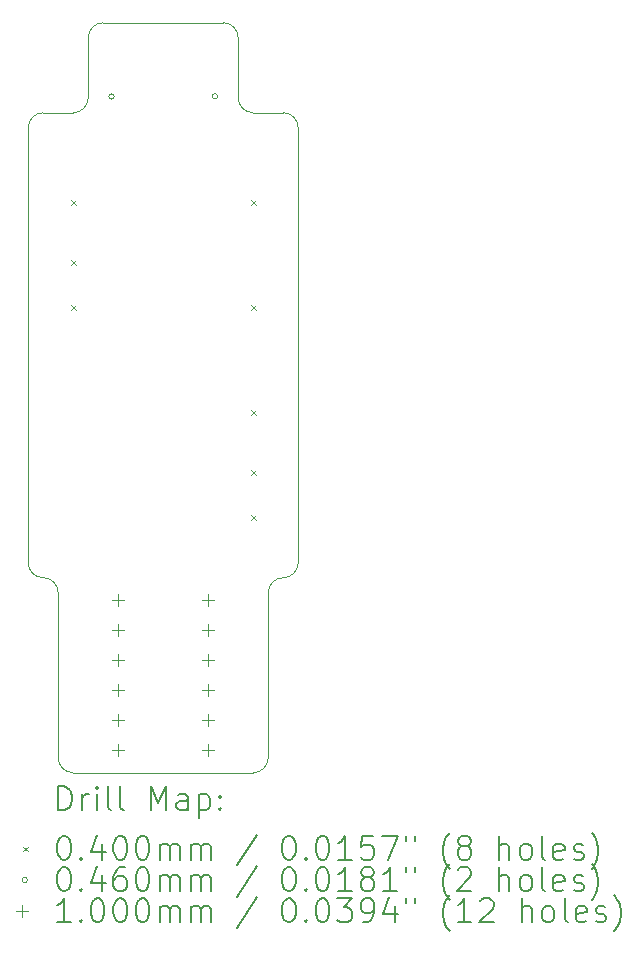
<source format=gbr>
%TF.GenerationSoftware,KiCad,Pcbnew,7.0.7*%
%TF.CreationDate,2023-09-17T23:45:08-06:00*%
%TF.ProjectId,dra818-breakout,64726138-3138-42d6-9272-65616b6f7574,1*%
%TF.SameCoordinates,Original*%
%TF.FileFunction,Drillmap*%
%TF.FilePolarity,Positive*%
%FSLAX45Y45*%
G04 Gerber Fmt 4.5, Leading zero omitted, Abs format (unit mm)*
G04 Created by KiCad (PCBNEW 7.0.7) date 2023-09-17 23:45:08*
%MOMM*%
%LPD*%
G01*
G04 APERTURE LIST*
%ADD10C,0.100000*%
%ADD11C,0.200000*%
%ADD12C,0.040000*%
%ADD13C,0.046000*%
G04 APERTURE END LIST*
D10*
X14224000Y-12827000D02*
G75*
G03*
X14351000Y-12954000I127000J0D01*
G01*
X14478000Y-6731000D02*
X14478000Y-7239000D01*
X16129000Y-11303000D02*
G75*
G03*
X16256000Y-11176000I0J127000D01*
G01*
X14097000Y-7366000D02*
X14351000Y-7366000D01*
X13970000Y-11176000D02*
G75*
G03*
X14097000Y-11303000I127000J0D01*
G01*
X16256000Y-7493000D02*
G75*
G03*
X16129000Y-7366000I-127000J0D01*
G01*
X16002000Y-11430000D02*
X16002000Y-12827000D01*
X14605000Y-6604000D02*
G75*
G03*
X14478000Y-6731000I0J-127000D01*
G01*
X15875000Y-12954000D02*
G75*
G03*
X16002000Y-12827000I0J127000D01*
G01*
X14097000Y-7366000D02*
G75*
G03*
X13970000Y-7493000I0J-127000D01*
G01*
X13970000Y-11176000D02*
X13970000Y-7493000D01*
X16256000Y-7493000D02*
X16256000Y-11176000D01*
X14351000Y-7366000D02*
G75*
G03*
X14478000Y-7239000I0J127000D01*
G01*
X14224000Y-11430000D02*
X14224000Y-12827000D01*
X15748000Y-6731000D02*
G75*
G03*
X15621000Y-6604000I-127000J0D01*
G01*
X15875000Y-7366000D02*
X16129000Y-7366000D01*
X14351000Y-12954000D02*
X15875000Y-12954000D01*
X14605000Y-6604000D02*
X15621000Y-6604000D01*
X14224000Y-11430000D02*
G75*
G03*
X14097000Y-11303000I-127000J0D01*
G01*
X15748000Y-7239000D02*
X15748000Y-6731000D01*
X15748000Y-7239000D02*
G75*
G03*
X15875000Y-7366000I127000J0D01*
G01*
X16129000Y-11303000D02*
G75*
G03*
X16002000Y-11430000I0J-127000D01*
G01*
D11*
D12*
X14331000Y-8108000D02*
X14371000Y-8148000D01*
X14371000Y-8108000D02*
X14331000Y-8148000D01*
X14331000Y-8616000D02*
X14371000Y-8656000D01*
X14371000Y-8616000D02*
X14331000Y-8656000D01*
X14331000Y-8997000D02*
X14371000Y-9037000D01*
X14371000Y-8997000D02*
X14331000Y-9037000D01*
X15855000Y-8108000D02*
X15895000Y-8148000D01*
X15895000Y-8108000D02*
X15855000Y-8148000D01*
X15855000Y-8997000D02*
X15895000Y-9037000D01*
X15895000Y-8997000D02*
X15855000Y-9037000D01*
X15855000Y-9886000D02*
X15895000Y-9926000D01*
X15895000Y-9886000D02*
X15855000Y-9926000D01*
X15855000Y-10394000D02*
X15895000Y-10434000D01*
X15895000Y-10394000D02*
X15855000Y-10434000D01*
X15855000Y-10775000D02*
X15895000Y-10815000D01*
X15895000Y-10775000D02*
X15855000Y-10815000D01*
D13*
X14698000Y-7228000D02*
G75*
G03*
X14698000Y-7228000I-23000J0D01*
G01*
X15574000Y-7228000D02*
G75*
G03*
X15574000Y-7228000I-23000J0D01*
G01*
D10*
X14732000Y-11442000D02*
X14732000Y-11542000D01*
X14682000Y-11492000D02*
X14782000Y-11492000D01*
X14732000Y-11696000D02*
X14732000Y-11796000D01*
X14682000Y-11746000D02*
X14782000Y-11746000D01*
X14732000Y-11950000D02*
X14732000Y-12050000D01*
X14682000Y-12000000D02*
X14782000Y-12000000D01*
X14732000Y-12204000D02*
X14732000Y-12304000D01*
X14682000Y-12254000D02*
X14782000Y-12254000D01*
X14732000Y-12458000D02*
X14732000Y-12558000D01*
X14682000Y-12508000D02*
X14782000Y-12508000D01*
X14732000Y-12712000D02*
X14732000Y-12812000D01*
X14682000Y-12762000D02*
X14782000Y-12762000D01*
X15494000Y-11442000D02*
X15494000Y-11542000D01*
X15444000Y-11492000D02*
X15544000Y-11492000D01*
X15494000Y-11696000D02*
X15494000Y-11796000D01*
X15444000Y-11746000D02*
X15544000Y-11746000D01*
X15494000Y-11950000D02*
X15494000Y-12050000D01*
X15444000Y-12000000D02*
X15544000Y-12000000D01*
X15494000Y-12204000D02*
X15494000Y-12304000D01*
X15444000Y-12254000D02*
X15544000Y-12254000D01*
X15494000Y-12458000D02*
X15494000Y-12558000D01*
X15444000Y-12508000D02*
X15544000Y-12508000D01*
X15494000Y-12712000D02*
X15494000Y-12812000D01*
X15444000Y-12762000D02*
X15544000Y-12762000D01*
D11*
X14225777Y-13270484D02*
X14225777Y-13070484D01*
X14225777Y-13070484D02*
X14273396Y-13070484D01*
X14273396Y-13070484D02*
X14301967Y-13080008D01*
X14301967Y-13080008D02*
X14321015Y-13099055D01*
X14321015Y-13099055D02*
X14330539Y-13118103D01*
X14330539Y-13118103D02*
X14340062Y-13156198D01*
X14340062Y-13156198D02*
X14340062Y-13184769D01*
X14340062Y-13184769D02*
X14330539Y-13222865D01*
X14330539Y-13222865D02*
X14321015Y-13241912D01*
X14321015Y-13241912D02*
X14301967Y-13260960D01*
X14301967Y-13260960D02*
X14273396Y-13270484D01*
X14273396Y-13270484D02*
X14225777Y-13270484D01*
X14425777Y-13270484D02*
X14425777Y-13137150D01*
X14425777Y-13175246D02*
X14435301Y-13156198D01*
X14435301Y-13156198D02*
X14444824Y-13146674D01*
X14444824Y-13146674D02*
X14463872Y-13137150D01*
X14463872Y-13137150D02*
X14482920Y-13137150D01*
X14549586Y-13270484D02*
X14549586Y-13137150D01*
X14549586Y-13070484D02*
X14540062Y-13080008D01*
X14540062Y-13080008D02*
X14549586Y-13089531D01*
X14549586Y-13089531D02*
X14559110Y-13080008D01*
X14559110Y-13080008D02*
X14549586Y-13070484D01*
X14549586Y-13070484D02*
X14549586Y-13089531D01*
X14673396Y-13270484D02*
X14654348Y-13260960D01*
X14654348Y-13260960D02*
X14644824Y-13241912D01*
X14644824Y-13241912D02*
X14644824Y-13070484D01*
X14778158Y-13270484D02*
X14759110Y-13260960D01*
X14759110Y-13260960D02*
X14749586Y-13241912D01*
X14749586Y-13241912D02*
X14749586Y-13070484D01*
X15006729Y-13270484D02*
X15006729Y-13070484D01*
X15006729Y-13070484D02*
X15073396Y-13213341D01*
X15073396Y-13213341D02*
X15140062Y-13070484D01*
X15140062Y-13070484D02*
X15140062Y-13270484D01*
X15321015Y-13270484D02*
X15321015Y-13165722D01*
X15321015Y-13165722D02*
X15311491Y-13146674D01*
X15311491Y-13146674D02*
X15292443Y-13137150D01*
X15292443Y-13137150D02*
X15254348Y-13137150D01*
X15254348Y-13137150D02*
X15235301Y-13146674D01*
X15321015Y-13260960D02*
X15301967Y-13270484D01*
X15301967Y-13270484D02*
X15254348Y-13270484D01*
X15254348Y-13270484D02*
X15235301Y-13260960D01*
X15235301Y-13260960D02*
X15225777Y-13241912D01*
X15225777Y-13241912D02*
X15225777Y-13222865D01*
X15225777Y-13222865D02*
X15235301Y-13203817D01*
X15235301Y-13203817D02*
X15254348Y-13194293D01*
X15254348Y-13194293D02*
X15301967Y-13194293D01*
X15301967Y-13194293D02*
X15321015Y-13184769D01*
X15416253Y-13137150D02*
X15416253Y-13337150D01*
X15416253Y-13146674D02*
X15435301Y-13137150D01*
X15435301Y-13137150D02*
X15473396Y-13137150D01*
X15473396Y-13137150D02*
X15492443Y-13146674D01*
X15492443Y-13146674D02*
X15501967Y-13156198D01*
X15501967Y-13156198D02*
X15511491Y-13175246D01*
X15511491Y-13175246D02*
X15511491Y-13232388D01*
X15511491Y-13232388D02*
X15501967Y-13251436D01*
X15501967Y-13251436D02*
X15492443Y-13260960D01*
X15492443Y-13260960D02*
X15473396Y-13270484D01*
X15473396Y-13270484D02*
X15435301Y-13270484D01*
X15435301Y-13270484D02*
X15416253Y-13260960D01*
X15597205Y-13251436D02*
X15606729Y-13260960D01*
X15606729Y-13260960D02*
X15597205Y-13270484D01*
X15597205Y-13270484D02*
X15587682Y-13260960D01*
X15587682Y-13260960D02*
X15597205Y-13251436D01*
X15597205Y-13251436D02*
X15597205Y-13270484D01*
X15597205Y-13146674D02*
X15606729Y-13156198D01*
X15606729Y-13156198D02*
X15597205Y-13165722D01*
X15597205Y-13165722D02*
X15587682Y-13156198D01*
X15587682Y-13156198D02*
X15597205Y-13146674D01*
X15597205Y-13146674D02*
X15597205Y-13165722D01*
D12*
X13925000Y-13579000D02*
X13965000Y-13619000D01*
X13965000Y-13579000D02*
X13925000Y-13619000D01*
D11*
X14263872Y-13490484D02*
X14282920Y-13490484D01*
X14282920Y-13490484D02*
X14301967Y-13500008D01*
X14301967Y-13500008D02*
X14311491Y-13509531D01*
X14311491Y-13509531D02*
X14321015Y-13528579D01*
X14321015Y-13528579D02*
X14330539Y-13566674D01*
X14330539Y-13566674D02*
X14330539Y-13614293D01*
X14330539Y-13614293D02*
X14321015Y-13652388D01*
X14321015Y-13652388D02*
X14311491Y-13671436D01*
X14311491Y-13671436D02*
X14301967Y-13680960D01*
X14301967Y-13680960D02*
X14282920Y-13690484D01*
X14282920Y-13690484D02*
X14263872Y-13690484D01*
X14263872Y-13690484D02*
X14244824Y-13680960D01*
X14244824Y-13680960D02*
X14235301Y-13671436D01*
X14235301Y-13671436D02*
X14225777Y-13652388D01*
X14225777Y-13652388D02*
X14216253Y-13614293D01*
X14216253Y-13614293D02*
X14216253Y-13566674D01*
X14216253Y-13566674D02*
X14225777Y-13528579D01*
X14225777Y-13528579D02*
X14235301Y-13509531D01*
X14235301Y-13509531D02*
X14244824Y-13500008D01*
X14244824Y-13500008D02*
X14263872Y-13490484D01*
X14416253Y-13671436D02*
X14425777Y-13680960D01*
X14425777Y-13680960D02*
X14416253Y-13690484D01*
X14416253Y-13690484D02*
X14406729Y-13680960D01*
X14406729Y-13680960D02*
X14416253Y-13671436D01*
X14416253Y-13671436D02*
X14416253Y-13690484D01*
X14597205Y-13557150D02*
X14597205Y-13690484D01*
X14549586Y-13480960D02*
X14501967Y-13623817D01*
X14501967Y-13623817D02*
X14625777Y-13623817D01*
X14740062Y-13490484D02*
X14759110Y-13490484D01*
X14759110Y-13490484D02*
X14778158Y-13500008D01*
X14778158Y-13500008D02*
X14787682Y-13509531D01*
X14787682Y-13509531D02*
X14797205Y-13528579D01*
X14797205Y-13528579D02*
X14806729Y-13566674D01*
X14806729Y-13566674D02*
X14806729Y-13614293D01*
X14806729Y-13614293D02*
X14797205Y-13652388D01*
X14797205Y-13652388D02*
X14787682Y-13671436D01*
X14787682Y-13671436D02*
X14778158Y-13680960D01*
X14778158Y-13680960D02*
X14759110Y-13690484D01*
X14759110Y-13690484D02*
X14740062Y-13690484D01*
X14740062Y-13690484D02*
X14721015Y-13680960D01*
X14721015Y-13680960D02*
X14711491Y-13671436D01*
X14711491Y-13671436D02*
X14701967Y-13652388D01*
X14701967Y-13652388D02*
X14692443Y-13614293D01*
X14692443Y-13614293D02*
X14692443Y-13566674D01*
X14692443Y-13566674D02*
X14701967Y-13528579D01*
X14701967Y-13528579D02*
X14711491Y-13509531D01*
X14711491Y-13509531D02*
X14721015Y-13500008D01*
X14721015Y-13500008D02*
X14740062Y-13490484D01*
X14930539Y-13490484D02*
X14949586Y-13490484D01*
X14949586Y-13490484D02*
X14968634Y-13500008D01*
X14968634Y-13500008D02*
X14978158Y-13509531D01*
X14978158Y-13509531D02*
X14987682Y-13528579D01*
X14987682Y-13528579D02*
X14997205Y-13566674D01*
X14997205Y-13566674D02*
X14997205Y-13614293D01*
X14997205Y-13614293D02*
X14987682Y-13652388D01*
X14987682Y-13652388D02*
X14978158Y-13671436D01*
X14978158Y-13671436D02*
X14968634Y-13680960D01*
X14968634Y-13680960D02*
X14949586Y-13690484D01*
X14949586Y-13690484D02*
X14930539Y-13690484D01*
X14930539Y-13690484D02*
X14911491Y-13680960D01*
X14911491Y-13680960D02*
X14901967Y-13671436D01*
X14901967Y-13671436D02*
X14892443Y-13652388D01*
X14892443Y-13652388D02*
X14882920Y-13614293D01*
X14882920Y-13614293D02*
X14882920Y-13566674D01*
X14882920Y-13566674D02*
X14892443Y-13528579D01*
X14892443Y-13528579D02*
X14901967Y-13509531D01*
X14901967Y-13509531D02*
X14911491Y-13500008D01*
X14911491Y-13500008D02*
X14930539Y-13490484D01*
X15082920Y-13690484D02*
X15082920Y-13557150D01*
X15082920Y-13576198D02*
X15092443Y-13566674D01*
X15092443Y-13566674D02*
X15111491Y-13557150D01*
X15111491Y-13557150D02*
X15140063Y-13557150D01*
X15140063Y-13557150D02*
X15159110Y-13566674D01*
X15159110Y-13566674D02*
X15168634Y-13585722D01*
X15168634Y-13585722D02*
X15168634Y-13690484D01*
X15168634Y-13585722D02*
X15178158Y-13566674D01*
X15178158Y-13566674D02*
X15197205Y-13557150D01*
X15197205Y-13557150D02*
X15225777Y-13557150D01*
X15225777Y-13557150D02*
X15244824Y-13566674D01*
X15244824Y-13566674D02*
X15254348Y-13585722D01*
X15254348Y-13585722D02*
X15254348Y-13690484D01*
X15349586Y-13690484D02*
X15349586Y-13557150D01*
X15349586Y-13576198D02*
X15359110Y-13566674D01*
X15359110Y-13566674D02*
X15378158Y-13557150D01*
X15378158Y-13557150D02*
X15406729Y-13557150D01*
X15406729Y-13557150D02*
X15425777Y-13566674D01*
X15425777Y-13566674D02*
X15435301Y-13585722D01*
X15435301Y-13585722D02*
X15435301Y-13690484D01*
X15435301Y-13585722D02*
X15444824Y-13566674D01*
X15444824Y-13566674D02*
X15463872Y-13557150D01*
X15463872Y-13557150D02*
X15492443Y-13557150D01*
X15492443Y-13557150D02*
X15511491Y-13566674D01*
X15511491Y-13566674D02*
X15521015Y-13585722D01*
X15521015Y-13585722D02*
X15521015Y-13690484D01*
X15911491Y-13480960D02*
X15740063Y-13738103D01*
X16168634Y-13490484D02*
X16187682Y-13490484D01*
X16187682Y-13490484D02*
X16206729Y-13500008D01*
X16206729Y-13500008D02*
X16216253Y-13509531D01*
X16216253Y-13509531D02*
X16225777Y-13528579D01*
X16225777Y-13528579D02*
X16235301Y-13566674D01*
X16235301Y-13566674D02*
X16235301Y-13614293D01*
X16235301Y-13614293D02*
X16225777Y-13652388D01*
X16225777Y-13652388D02*
X16216253Y-13671436D01*
X16216253Y-13671436D02*
X16206729Y-13680960D01*
X16206729Y-13680960D02*
X16187682Y-13690484D01*
X16187682Y-13690484D02*
X16168634Y-13690484D01*
X16168634Y-13690484D02*
X16149586Y-13680960D01*
X16149586Y-13680960D02*
X16140063Y-13671436D01*
X16140063Y-13671436D02*
X16130539Y-13652388D01*
X16130539Y-13652388D02*
X16121015Y-13614293D01*
X16121015Y-13614293D02*
X16121015Y-13566674D01*
X16121015Y-13566674D02*
X16130539Y-13528579D01*
X16130539Y-13528579D02*
X16140063Y-13509531D01*
X16140063Y-13509531D02*
X16149586Y-13500008D01*
X16149586Y-13500008D02*
X16168634Y-13490484D01*
X16321015Y-13671436D02*
X16330539Y-13680960D01*
X16330539Y-13680960D02*
X16321015Y-13690484D01*
X16321015Y-13690484D02*
X16311491Y-13680960D01*
X16311491Y-13680960D02*
X16321015Y-13671436D01*
X16321015Y-13671436D02*
X16321015Y-13690484D01*
X16454348Y-13490484D02*
X16473396Y-13490484D01*
X16473396Y-13490484D02*
X16492444Y-13500008D01*
X16492444Y-13500008D02*
X16501967Y-13509531D01*
X16501967Y-13509531D02*
X16511491Y-13528579D01*
X16511491Y-13528579D02*
X16521015Y-13566674D01*
X16521015Y-13566674D02*
X16521015Y-13614293D01*
X16521015Y-13614293D02*
X16511491Y-13652388D01*
X16511491Y-13652388D02*
X16501967Y-13671436D01*
X16501967Y-13671436D02*
X16492444Y-13680960D01*
X16492444Y-13680960D02*
X16473396Y-13690484D01*
X16473396Y-13690484D02*
X16454348Y-13690484D01*
X16454348Y-13690484D02*
X16435301Y-13680960D01*
X16435301Y-13680960D02*
X16425777Y-13671436D01*
X16425777Y-13671436D02*
X16416253Y-13652388D01*
X16416253Y-13652388D02*
X16406729Y-13614293D01*
X16406729Y-13614293D02*
X16406729Y-13566674D01*
X16406729Y-13566674D02*
X16416253Y-13528579D01*
X16416253Y-13528579D02*
X16425777Y-13509531D01*
X16425777Y-13509531D02*
X16435301Y-13500008D01*
X16435301Y-13500008D02*
X16454348Y-13490484D01*
X16711491Y-13690484D02*
X16597206Y-13690484D01*
X16654348Y-13690484D02*
X16654348Y-13490484D01*
X16654348Y-13490484D02*
X16635301Y-13519055D01*
X16635301Y-13519055D02*
X16616253Y-13538103D01*
X16616253Y-13538103D02*
X16597206Y-13547627D01*
X16892444Y-13490484D02*
X16797206Y-13490484D01*
X16797206Y-13490484D02*
X16787682Y-13585722D01*
X16787682Y-13585722D02*
X16797206Y-13576198D01*
X16797206Y-13576198D02*
X16816253Y-13566674D01*
X16816253Y-13566674D02*
X16863872Y-13566674D01*
X16863872Y-13566674D02*
X16882920Y-13576198D01*
X16882920Y-13576198D02*
X16892444Y-13585722D01*
X16892444Y-13585722D02*
X16901968Y-13604769D01*
X16901968Y-13604769D02*
X16901968Y-13652388D01*
X16901968Y-13652388D02*
X16892444Y-13671436D01*
X16892444Y-13671436D02*
X16882920Y-13680960D01*
X16882920Y-13680960D02*
X16863872Y-13690484D01*
X16863872Y-13690484D02*
X16816253Y-13690484D01*
X16816253Y-13690484D02*
X16797206Y-13680960D01*
X16797206Y-13680960D02*
X16787682Y-13671436D01*
X16968634Y-13490484D02*
X17101968Y-13490484D01*
X17101968Y-13490484D02*
X17016253Y-13690484D01*
X17168634Y-13490484D02*
X17168634Y-13528579D01*
X17244825Y-13490484D02*
X17244825Y-13528579D01*
X17540063Y-13766674D02*
X17530539Y-13757150D01*
X17530539Y-13757150D02*
X17511491Y-13728579D01*
X17511491Y-13728579D02*
X17501968Y-13709531D01*
X17501968Y-13709531D02*
X17492444Y-13680960D01*
X17492444Y-13680960D02*
X17482920Y-13633341D01*
X17482920Y-13633341D02*
X17482920Y-13595246D01*
X17482920Y-13595246D02*
X17492444Y-13547627D01*
X17492444Y-13547627D02*
X17501968Y-13519055D01*
X17501968Y-13519055D02*
X17511491Y-13500008D01*
X17511491Y-13500008D02*
X17530539Y-13471436D01*
X17530539Y-13471436D02*
X17540063Y-13461912D01*
X17644825Y-13576198D02*
X17625777Y-13566674D01*
X17625777Y-13566674D02*
X17616253Y-13557150D01*
X17616253Y-13557150D02*
X17606730Y-13538103D01*
X17606730Y-13538103D02*
X17606730Y-13528579D01*
X17606730Y-13528579D02*
X17616253Y-13509531D01*
X17616253Y-13509531D02*
X17625777Y-13500008D01*
X17625777Y-13500008D02*
X17644825Y-13490484D01*
X17644825Y-13490484D02*
X17682920Y-13490484D01*
X17682920Y-13490484D02*
X17701968Y-13500008D01*
X17701968Y-13500008D02*
X17711491Y-13509531D01*
X17711491Y-13509531D02*
X17721015Y-13528579D01*
X17721015Y-13528579D02*
X17721015Y-13538103D01*
X17721015Y-13538103D02*
X17711491Y-13557150D01*
X17711491Y-13557150D02*
X17701968Y-13566674D01*
X17701968Y-13566674D02*
X17682920Y-13576198D01*
X17682920Y-13576198D02*
X17644825Y-13576198D01*
X17644825Y-13576198D02*
X17625777Y-13585722D01*
X17625777Y-13585722D02*
X17616253Y-13595246D01*
X17616253Y-13595246D02*
X17606730Y-13614293D01*
X17606730Y-13614293D02*
X17606730Y-13652388D01*
X17606730Y-13652388D02*
X17616253Y-13671436D01*
X17616253Y-13671436D02*
X17625777Y-13680960D01*
X17625777Y-13680960D02*
X17644825Y-13690484D01*
X17644825Y-13690484D02*
X17682920Y-13690484D01*
X17682920Y-13690484D02*
X17701968Y-13680960D01*
X17701968Y-13680960D02*
X17711491Y-13671436D01*
X17711491Y-13671436D02*
X17721015Y-13652388D01*
X17721015Y-13652388D02*
X17721015Y-13614293D01*
X17721015Y-13614293D02*
X17711491Y-13595246D01*
X17711491Y-13595246D02*
X17701968Y-13585722D01*
X17701968Y-13585722D02*
X17682920Y-13576198D01*
X17959111Y-13690484D02*
X17959111Y-13490484D01*
X18044825Y-13690484D02*
X18044825Y-13585722D01*
X18044825Y-13585722D02*
X18035301Y-13566674D01*
X18035301Y-13566674D02*
X18016253Y-13557150D01*
X18016253Y-13557150D02*
X17987682Y-13557150D01*
X17987682Y-13557150D02*
X17968634Y-13566674D01*
X17968634Y-13566674D02*
X17959111Y-13576198D01*
X18168634Y-13690484D02*
X18149587Y-13680960D01*
X18149587Y-13680960D02*
X18140063Y-13671436D01*
X18140063Y-13671436D02*
X18130539Y-13652388D01*
X18130539Y-13652388D02*
X18130539Y-13595246D01*
X18130539Y-13595246D02*
X18140063Y-13576198D01*
X18140063Y-13576198D02*
X18149587Y-13566674D01*
X18149587Y-13566674D02*
X18168634Y-13557150D01*
X18168634Y-13557150D02*
X18197206Y-13557150D01*
X18197206Y-13557150D02*
X18216253Y-13566674D01*
X18216253Y-13566674D02*
X18225777Y-13576198D01*
X18225777Y-13576198D02*
X18235301Y-13595246D01*
X18235301Y-13595246D02*
X18235301Y-13652388D01*
X18235301Y-13652388D02*
X18225777Y-13671436D01*
X18225777Y-13671436D02*
X18216253Y-13680960D01*
X18216253Y-13680960D02*
X18197206Y-13690484D01*
X18197206Y-13690484D02*
X18168634Y-13690484D01*
X18349587Y-13690484D02*
X18330539Y-13680960D01*
X18330539Y-13680960D02*
X18321015Y-13661912D01*
X18321015Y-13661912D02*
X18321015Y-13490484D01*
X18501968Y-13680960D02*
X18482920Y-13690484D01*
X18482920Y-13690484D02*
X18444825Y-13690484D01*
X18444825Y-13690484D02*
X18425777Y-13680960D01*
X18425777Y-13680960D02*
X18416253Y-13661912D01*
X18416253Y-13661912D02*
X18416253Y-13585722D01*
X18416253Y-13585722D02*
X18425777Y-13566674D01*
X18425777Y-13566674D02*
X18444825Y-13557150D01*
X18444825Y-13557150D02*
X18482920Y-13557150D01*
X18482920Y-13557150D02*
X18501968Y-13566674D01*
X18501968Y-13566674D02*
X18511492Y-13585722D01*
X18511492Y-13585722D02*
X18511492Y-13604769D01*
X18511492Y-13604769D02*
X18416253Y-13623817D01*
X18587682Y-13680960D02*
X18606730Y-13690484D01*
X18606730Y-13690484D02*
X18644825Y-13690484D01*
X18644825Y-13690484D02*
X18663873Y-13680960D01*
X18663873Y-13680960D02*
X18673396Y-13661912D01*
X18673396Y-13661912D02*
X18673396Y-13652388D01*
X18673396Y-13652388D02*
X18663873Y-13633341D01*
X18663873Y-13633341D02*
X18644825Y-13623817D01*
X18644825Y-13623817D02*
X18616253Y-13623817D01*
X18616253Y-13623817D02*
X18597206Y-13614293D01*
X18597206Y-13614293D02*
X18587682Y-13595246D01*
X18587682Y-13595246D02*
X18587682Y-13585722D01*
X18587682Y-13585722D02*
X18597206Y-13566674D01*
X18597206Y-13566674D02*
X18616253Y-13557150D01*
X18616253Y-13557150D02*
X18644825Y-13557150D01*
X18644825Y-13557150D02*
X18663873Y-13566674D01*
X18740063Y-13766674D02*
X18749587Y-13757150D01*
X18749587Y-13757150D02*
X18768634Y-13728579D01*
X18768634Y-13728579D02*
X18778158Y-13709531D01*
X18778158Y-13709531D02*
X18787682Y-13680960D01*
X18787682Y-13680960D02*
X18797206Y-13633341D01*
X18797206Y-13633341D02*
X18797206Y-13595246D01*
X18797206Y-13595246D02*
X18787682Y-13547627D01*
X18787682Y-13547627D02*
X18778158Y-13519055D01*
X18778158Y-13519055D02*
X18768634Y-13500008D01*
X18768634Y-13500008D02*
X18749587Y-13471436D01*
X18749587Y-13471436D02*
X18740063Y-13461912D01*
D13*
X13965000Y-13863000D02*
G75*
G03*
X13965000Y-13863000I-23000J0D01*
G01*
D11*
X14263872Y-13754484D02*
X14282920Y-13754484D01*
X14282920Y-13754484D02*
X14301967Y-13764008D01*
X14301967Y-13764008D02*
X14311491Y-13773531D01*
X14311491Y-13773531D02*
X14321015Y-13792579D01*
X14321015Y-13792579D02*
X14330539Y-13830674D01*
X14330539Y-13830674D02*
X14330539Y-13878293D01*
X14330539Y-13878293D02*
X14321015Y-13916388D01*
X14321015Y-13916388D02*
X14311491Y-13935436D01*
X14311491Y-13935436D02*
X14301967Y-13944960D01*
X14301967Y-13944960D02*
X14282920Y-13954484D01*
X14282920Y-13954484D02*
X14263872Y-13954484D01*
X14263872Y-13954484D02*
X14244824Y-13944960D01*
X14244824Y-13944960D02*
X14235301Y-13935436D01*
X14235301Y-13935436D02*
X14225777Y-13916388D01*
X14225777Y-13916388D02*
X14216253Y-13878293D01*
X14216253Y-13878293D02*
X14216253Y-13830674D01*
X14216253Y-13830674D02*
X14225777Y-13792579D01*
X14225777Y-13792579D02*
X14235301Y-13773531D01*
X14235301Y-13773531D02*
X14244824Y-13764008D01*
X14244824Y-13764008D02*
X14263872Y-13754484D01*
X14416253Y-13935436D02*
X14425777Y-13944960D01*
X14425777Y-13944960D02*
X14416253Y-13954484D01*
X14416253Y-13954484D02*
X14406729Y-13944960D01*
X14406729Y-13944960D02*
X14416253Y-13935436D01*
X14416253Y-13935436D02*
X14416253Y-13954484D01*
X14597205Y-13821150D02*
X14597205Y-13954484D01*
X14549586Y-13744960D02*
X14501967Y-13887817D01*
X14501967Y-13887817D02*
X14625777Y-13887817D01*
X14787682Y-13754484D02*
X14749586Y-13754484D01*
X14749586Y-13754484D02*
X14730539Y-13764008D01*
X14730539Y-13764008D02*
X14721015Y-13773531D01*
X14721015Y-13773531D02*
X14701967Y-13802103D01*
X14701967Y-13802103D02*
X14692443Y-13840198D01*
X14692443Y-13840198D02*
X14692443Y-13916388D01*
X14692443Y-13916388D02*
X14701967Y-13935436D01*
X14701967Y-13935436D02*
X14711491Y-13944960D01*
X14711491Y-13944960D02*
X14730539Y-13954484D01*
X14730539Y-13954484D02*
X14768634Y-13954484D01*
X14768634Y-13954484D02*
X14787682Y-13944960D01*
X14787682Y-13944960D02*
X14797205Y-13935436D01*
X14797205Y-13935436D02*
X14806729Y-13916388D01*
X14806729Y-13916388D02*
X14806729Y-13868769D01*
X14806729Y-13868769D02*
X14797205Y-13849722D01*
X14797205Y-13849722D02*
X14787682Y-13840198D01*
X14787682Y-13840198D02*
X14768634Y-13830674D01*
X14768634Y-13830674D02*
X14730539Y-13830674D01*
X14730539Y-13830674D02*
X14711491Y-13840198D01*
X14711491Y-13840198D02*
X14701967Y-13849722D01*
X14701967Y-13849722D02*
X14692443Y-13868769D01*
X14930539Y-13754484D02*
X14949586Y-13754484D01*
X14949586Y-13754484D02*
X14968634Y-13764008D01*
X14968634Y-13764008D02*
X14978158Y-13773531D01*
X14978158Y-13773531D02*
X14987682Y-13792579D01*
X14987682Y-13792579D02*
X14997205Y-13830674D01*
X14997205Y-13830674D02*
X14997205Y-13878293D01*
X14997205Y-13878293D02*
X14987682Y-13916388D01*
X14987682Y-13916388D02*
X14978158Y-13935436D01*
X14978158Y-13935436D02*
X14968634Y-13944960D01*
X14968634Y-13944960D02*
X14949586Y-13954484D01*
X14949586Y-13954484D02*
X14930539Y-13954484D01*
X14930539Y-13954484D02*
X14911491Y-13944960D01*
X14911491Y-13944960D02*
X14901967Y-13935436D01*
X14901967Y-13935436D02*
X14892443Y-13916388D01*
X14892443Y-13916388D02*
X14882920Y-13878293D01*
X14882920Y-13878293D02*
X14882920Y-13830674D01*
X14882920Y-13830674D02*
X14892443Y-13792579D01*
X14892443Y-13792579D02*
X14901967Y-13773531D01*
X14901967Y-13773531D02*
X14911491Y-13764008D01*
X14911491Y-13764008D02*
X14930539Y-13754484D01*
X15082920Y-13954484D02*
X15082920Y-13821150D01*
X15082920Y-13840198D02*
X15092443Y-13830674D01*
X15092443Y-13830674D02*
X15111491Y-13821150D01*
X15111491Y-13821150D02*
X15140063Y-13821150D01*
X15140063Y-13821150D02*
X15159110Y-13830674D01*
X15159110Y-13830674D02*
X15168634Y-13849722D01*
X15168634Y-13849722D02*
X15168634Y-13954484D01*
X15168634Y-13849722D02*
X15178158Y-13830674D01*
X15178158Y-13830674D02*
X15197205Y-13821150D01*
X15197205Y-13821150D02*
X15225777Y-13821150D01*
X15225777Y-13821150D02*
X15244824Y-13830674D01*
X15244824Y-13830674D02*
X15254348Y-13849722D01*
X15254348Y-13849722D02*
X15254348Y-13954484D01*
X15349586Y-13954484D02*
X15349586Y-13821150D01*
X15349586Y-13840198D02*
X15359110Y-13830674D01*
X15359110Y-13830674D02*
X15378158Y-13821150D01*
X15378158Y-13821150D02*
X15406729Y-13821150D01*
X15406729Y-13821150D02*
X15425777Y-13830674D01*
X15425777Y-13830674D02*
X15435301Y-13849722D01*
X15435301Y-13849722D02*
X15435301Y-13954484D01*
X15435301Y-13849722D02*
X15444824Y-13830674D01*
X15444824Y-13830674D02*
X15463872Y-13821150D01*
X15463872Y-13821150D02*
X15492443Y-13821150D01*
X15492443Y-13821150D02*
X15511491Y-13830674D01*
X15511491Y-13830674D02*
X15521015Y-13849722D01*
X15521015Y-13849722D02*
X15521015Y-13954484D01*
X15911491Y-13744960D02*
X15740063Y-14002103D01*
X16168634Y-13754484D02*
X16187682Y-13754484D01*
X16187682Y-13754484D02*
X16206729Y-13764008D01*
X16206729Y-13764008D02*
X16216253Y-13773531D01*
X16216253Y-13773531D02*
X16225777Y-13792579D01*
X16225777Y-13792579D02*
X16235301Y-13830674D01*
X16235301Y-13830674D02*
X16235301Y-13878293D01*
X16235301Y-13878293D02*
X16225777Y-13916388D01*
X16225777Y-13916388D02*
X16216253Y-13935436D01*
X16216253Y-13935436D02*
X16206729Y-13944960D01*
X16206729Y-13944960D02*
X16187682Y-13954484D01*
X16187682Y-13954484D02*
X16168634Y-13954484D01*
X16168634Y-13954484D02*
X16149586Y-13944960D01*
X16149586Y-13944960D02*
X16140063Y-13935436D01*
X16140063Y-13935436D02*
X16130539Y-13916388D01*
X16130539Y-13916388D02*
X16121015Y-13878293D01*
X16121015Y-13878293D02*
X16121015Y-13830674D01*
X16121015Y-13830674D02*
X16130539Y-13792579D01*
X16130539Y-13792579D02*
X16140063Y-13773531D01*
X16140063Y-13773531D02*
X16149586Y-13764008D01*
X16149586Y-13764008D02*
X16168634Y-13754484D01*
X16321015Y-13935436D02*
X16330539Y-13944960D01*
X16330539Y-13944960D02*
X16321015Y-13954484D01*
X16321015Y-13954484D02*
X16311491Y-13944960D01*
X16311491Y-13944960D02*
X16321015Y-13935436D01*
X16321015Y-13935436D02*
X16321015Y-13954484D01*
X16454348Y-13754484D02*
X16473396Y-13754484D01*
X16473396Y-13754484D02*
X16492444Y-13764008D01*
X16492444Y-13764008D02*
X16501967Y-13773531D01*
X16501967Y-13773531D02*
X16511491Y-13792579D01*
X16511491Y-13792579D02*
X16521015Y-13830674D01*
X16521015Y-13830674D02*
X16521015Y-13878293D01*
X16521015Y-13878293D02*
X16511491Y-13916388D01*
X16511491Y-13916388D02*
X16501967Y-13935436D01*
X16501967Y-13935436D02*
X16492444Y-13944960D01*
X16492444Y-13944960D02*
X16473396Y-13954484D01*
X16473396Y-13954484D02*
X16454348Y-13954484D01*
X16454348Y-13954484D02*
X16435301Y-13944960D01*
X16435301Y-13944960D02*
X16425777Y-13935436D01*
X16425777Y-13935436D02*
X16416253Y-13916388D01*
X16416253Y-13916388D02*
X16406729Y-13878293D01*
X16406729Y-13878293D02*
X16406729Y-13830674D01*
X16406729Y-13830674D02*
X16416253Y-13792579D01*
X16416253Y-13792579D02*
X16425777Y-13773531D01*
X16425777Y-13773531D02*
X16435301Y-13764008D01*
X16435301Y-13764008D02*
X16454348Y-13754484D01*
X16711491Y-13954484D02*
X16597206Y-13954484D01*
X16654348Y-13954484D02*
X16654348Y-13754484D01*
X16654348Y-13754484D02*
X16635301Y-13783055D01*
X16635301Y-13783055D02*
X16616253Y-13802103D01*
X16616253Y-13802103D02*
X16597206Y-13811627D01*
X16825777Y-13840198D02*
X16806729Y-13830674D01*
X16806729Y-13830674D02*
X16797206Y-13821150D01*
X16797206Y-13821150D02*
X16787682Y-13802103D01*
X16787682Y-13802103D02*
X16787682Y-13792579D01*
X16787682Y-13792579D02*
X16797206Y-13773531D01*
X16797206Y-13773531D02*
X16806729Y-13764008D01*
X16806729Y-13764008D02*
X16825777Y-13754484D01*
X16825777Y-13754484D02*
X16863872Y-13754484D01*
X16863872Y-13754484D02*
X16882920Y-13764008D01*
X16882920Y-13764008D02*
X16892444Y-13773531D01*
X16892444Y-13773531D02*
X16901968Y-13792579D01*
X16901968Y-13792579D02*
X16901968Y-13802103D01*
X16901968Y-13802103D02*
X16892444Y-13821150D01*
X16892444Y-13821150D02*
X16882920Y-13830674D01*
X16882920Y-13830674D02*
X16863872Y-13840198D01*
X16863872Y-13840198D02*
X16825777Y-13840198D01*
X16825777Y-13840198D02*
X16806729Y-13849722D01*
X16806729Y-13849722D02*
X16797206Y-13859246D01*
X16797206Y-13859246D02*
X16787682Y-13878293D01*
X16787682Y-13878293D02*
X16787682Y-13916388D01*
X16787682Y-13916388D02*
X16797206Y-13935436D01*
X16797206Y-13935436D02*
X16806729Y-13944960D01*
X16806729Y-13944960D02*
X16825777Y-13954484D01*
X16825777Y-13954484D02*
X16863872Y-13954484D01*
X16863872Y-13954484D02*
X16882920Y-13944960D01*
X16882920Y-13944960D02*
X16892444Y-13935436D01*
X16892444Y-13935436D02*
X16901968Y-13916388D01*
X16901968Y-13916388D02*
X16901968Y-13878293D01*
X16901968Y-13878293D02*
X16892444Y-13859246D01*
X16892444Y-13859246D02*
X16882920Y-13849722D01*
X16882920Y-13849722D02*
X16863872Y-13840198D01*
X17092444Y-13954484D02*
X16978158Y-13954484D01*
X17035301Y-13954484D02*
X17035301Y-13754484D01*
X17035301Y-13754484D02*
X17016253Y-13783055D01*
X17016253Y-13783055D02*
X16997206Y-13802103D01*
X16997206Y-13802103D02*
X16978158Y-13811627D01*
X17168634Y-13754484D02*
X17168634Y-13792579D01*
X17244825Y-13754484D02*
X17244825Y-13792579D01*
X17540063Y-14030674D02*
X17530539Y-14021150D01*
X17530539Y-14021150D02*
X17511491Y-13992579D01*
X17511491Y-13992579D02*
X17501968Y-13973531D01*
X17501968Y-13973531D02*
X17492444Y-13944960D01*
X17492444Y-13944960D02*
X17482920Y-13897341D01*
X17482920Y-13897341D02*
X17482920Y-13859246D01*
X17482920Y-13859246D02*
X17492444Y-13811627D01*
X17492444Y-13811627D02*
X17501968Y-13783055D01*
X17501968Y-13783055D02*
X17511491Y-13764008D01*
X17511491Y-13764008D02*
X17530539Y-13735436D01*
X17530539Y-13735436D02*
X17540063Y-13725912D01*
X17606730Y-13773531D02*
X17616253Y-13764008D01*
X17616253Y-13764008D02*
X17635301Y-13754484D01*
X17635301Y-13754484D02*
X17682920Y-13754484D01*
X17682920Y-13754484D02*
X17701968Y-13764008D01*
X17701968Y-13764008D02*
X17711491Y-13773531D01*
X17711491Y-13773531D02*
X17721015Y-13792579D01*
X17721015Y-13792579D02*
X17721015Y-13811627D01*
X17721015Y-13811627D02*
X17711491Y-13840198D01*
X17711491Y-13840198D02*
X17597206Y-13954484D01*
X17597206Y-13954484D02*
X17721015Y-13954484D01*
X17959111Y-13954484D02*
X17959111Y-13754484D01*
X18044825Y-13954484D02*
X18044825Y-13849722D01*
X18044825Y-13849722D02*
X18035301Y-13830674D01*
X18035301Y-13830674D02*
X18016253Y-13821150D01*
X18016253Y-13821150D02*
X17987682Y-13821150D01*
X17987682Y-13821150D02*
X17968634Y-13830674D01*
X17968634Y-13830674D02*
X17959111Y-13840198D01*
X18168634Y-13954484D02*
X18149587Y-13944960D01*
X18149587Y-13944960D02*
X18140063Y-13935436D01*
X18140063Y-13935436D02*
X18130539Y-13916388D01*
X18130539Y-13916388D02*
X18130539Y-13859246D01*
X18130539Y-13859246D02*
X18140063Y-13840198D01*
X18140063Y-13840198D02*
X18149587Y-13830674D01*
X18149587Y-13830674D02*
X18168634Y-13821150D01*
X18168634Y-13821150D02*
X18197206Y-13821150D01*
X18197206Y-13821150D02*
X18216253Y-13830674D01*
X18216253Y-13830674D02*
X18225777Y-13840198D01*
X18225777Y-13840198D02*
X18235301Y-13859246D01*
X18235301Y-13859246D02*
X18235301Y-13916388D01*
X18235301Y-13916388D02*
X18225777Y-13935436D01*
X18225777Y-13935436D02*
X18216253Y-13944960D01*
X18216253Y-13944960D02*
X18197206Y-13954484D01*
X18197206Y-13954484D02*
X18168634Y-13954484D01*
X18349587Y-13954484D02*
X18330539Y-13944960D01*
X18330539Y-13944960D02*
X18321015Y-13925912D01*
X18321015Y-13925912D02*
X18321015Y-13754484D01*
X18501968Y-13944960D02*
X18482920Y-13954484D01*
X18482920Y-13954484D02*
X18444825Y-13954484D01*
X18444825Y-13954484D02*
X18425777Y-13944960D01*
X18425777Y-13944960D02*
X18416253Y-13925912D01*
X18416253Y-13925912D02*
X18416253Y-13849722D01*
X18416253Y-13849722D02*
X18425777Y-13830674D01*
X18425777Y-13830674D02*
X18444825Y-13821150D01*
X18444825Y-13821150D02*
X18482920Y-13821150D01*
X18482920Y-13821150D02*
X18501968Y-13830674D01*
X18501968Y-13830674D02*
X18511492Y-13849722D01*
X18511492Y-13849722D02*
X18511492Y-13868769D01*
X18511492Y-13868769D02*
X18416253Y-13887817D01*
X18587682Y-13944960D02*
X18606730Y-13954484D01*
X18606730Y-13954484D02*
X18644825Y-13954484D01*
X18644825Y-13954484D02*
X18663873Y-13944960D01*
X18663873Y-13944960D02*
X18673396Y-13925912D01*
X18673396Y-13925912D02*
X18673396Y-13916388D01*
X18673396Y-13916388D02*
X18663873Y-13897341D01*
X18663873Y-13897341D02*
X18644825Y-13887817D01*
X18644825Y-13887817D02*
X18616253Y-13887817D01*
X18616253Y-13887817D02*
X18597206Y-13878293D01*
X18597206Y-13878293D02*
X18587682Y-13859246D01*
X18587682Y-13859246D02*
X18587682Y-13849722D01*
X18587682Y-13849722D02*
X18597206Y-13830674D01*
X18597206Y-13830674D02*
X18616253Y-13821150D01*
X18616253Y-13821150D02*
X18644825Y-13821150D01*
X18644825Y-13821150D02*
X18663873Y-13830674D01*
X18740063Y-14030674D02*
X18749587Y-14021150D01*
X18749587Y-14021150D02*
X18768634Y-13992579D01*
X18768634Y-13992579D02*
X18778158Y-13973531D01*
X18778158Y-13973531D02*
X18787682Y-13944960D01*
X18787682Y-13944960D02*
X18797206Y-13897341D01*
X18797206Y-13897341D02*
X18797206Y-13859246D01*
X18797206Y-13859246D02*
X18787682Y-13811627D01*
X18787682Y-13811627D02*
X18778158Y-13783055D01*
X18778158Y-13783055D02*
X18768634Y-13764008D01*
X18768634Y-13764008D02*
X18749587Y-13735436D01*
X18749587Y-13735436D02*
X18740063Y-13725912D01*
D10*
X13915000Y-14077000D02*
X13915000Y-14177000D01*
X13865000Y-14127000D02*
X13965000Y-14127000D01*
D11*
X14330539Y-14218484D02*
X14216253Y-14218484D01*
X14273396Y-14218484D02*
X14273396Y-14018484D01*
X14273396Y-14018484D02*
X14254348Y-14047055D01*
X14254348Y-14047055D02*
X14235301Y-14066103D01*
X14235301Y-14066103D02*
X14216253Y-14075627D01*
X14416253Y-14199436D02*
X14425777Y-14208960D01*
X14425777Y-14208960D02*
X14416253Y-14218484D01*
X14416253Y-14218484D02*
X14406729Y-14208960D01*
X14406729Y-14208960D02*
X14416253Y-14199436D01*
X14416253Y-14199436D02*
X14416253Y-14218484D01*
X14549586Y-14018484D02*
X14568634Y-14018484D01*
X14568634Y-14018484D02*
X14587682Y-14028008D01*
X14587682Y-14028008D02*
X14597205Y-14037531D01*
X14597205Y-14037531D02*
X14606729Y-14056579D01*
X14606729Y-14056579D02*
X14616253Y-14094674D01*
X14616253Y-14094674D02*
X14616253Y-14142293D01*
X14616253Y-14142293D02*
X14606729Y-14180388D01*
X14606729Y-14180388D02*
X14597205Y-14199436D01*
X14597205Y-14199436D02*
X14587682Y-14208960D01*
X14587682Y-14208960D02*
X14568634Y-14218484D01*
X14568634Y-14218484D02*
X14549586Y-14218484D01*
X14549586Y-14218484D02*
X14530539Y-14208960D01*
X14530539Y-14208960D02*
X14521015Y-14199436D01*
X14521015Y-14199436D02*
X14511491Y-14180388D01*
X14511491Y-14180388D02*
X14501967Y-14142293D01*
X14501967Y-14142293D02*
X14501967Y-14094674D01*
X14501967Y-14094674D02*
X14511491Y-14056579D01*
X14511491Y-14056579D02*
X14521015Y-14037531D01*
X14521015Y-14037531D02*
X14530539Y-14028008D01*
X14530539Y-14028008D02*
X14549586Y-14018484D01*
X14740062Y-14018484D02*
X14759110Y-14018484D01*
X14759110Y-14018484D02*
X14778158Y-14028008D01*
X14778158Y-14028008D02*
X14787682Y-14037531D01*
X14787682Y-14037531D02*
X14797205Y-14056579D01*
X14797205Y-14056579D02*
X14806729Y-14094674D01*
X14806729Y-14094674D02*
X14806729Y-14142293D01*
X14806729Y-14142293D02*
X14797205Y-14180388D01*
X14797205Y-14180388D02*
X14787682Y-14199436D01*
X14787682Y-14199436D02*
X14778158Y-14208960D01*
X14778158Y-14208960D02*
X14759110Y-14218484D01*
X14759110Y-14218484D02*
X14740062Y-14218484D01*
X14740062Y-14218484D02*
X14721015Y-14208960D01*
X14721015Y-14208960D02*
X14711491Y-14199436D01*
X14711491Y-14199436D02*
X14701967Y-14180388D01*
X14701967Y-14180388D02*
X14692443Y-14142293D01*
X14692443Y-14142293D02*
X14692443Y-14094674D01*
X14692443Y-14094674D02*
X14701967Y-14056579D01*
X14701967Y-14056579D02*
X14711491Y-14037531D01*
X14711491Y-14037531D02*
X14721015Y-14028008D01*
X14721015Y-14028008D02*
X14740062Y-14018484D01*
X14930539Y-14018484D02*
X14949586Y-14018484D01*
X14949586Y-14018484D02*
X14968634Y-14028008D01*
X14968634Y-14028008D02*
X14978158Y-14037531D01*
X14978158Y-14037531D02*
X14987682Y-14056579D01*
X14987682Y-14056579D02*
X14997205Y-14094674D01*
X14997205Y-14094674D02*
X14997205Y-14142293D01*
X14997205Y-14142293D02*
X14987682Y-14180388D01*
X14987682Y-14180388D02*
X14978158Y-14199436D01*
X14978158Y-14199436D02*
X14968634Y-14208960D01*
X14968634Y-14208960D02*
X14949586Y-14218484D01*
X14949586Y-14218484D02*
X14930539Y-14218484D01*
X14930539Y-14218484D02*
X14911491Y-14208960D01*
X14911491Y-14208960D02*
X14901967Y-14199436D01*
X14901967Y-14199436D02*
X14892443Y-14180388D01*
X14892443Y-14180388D02*
X14882920Y-14142293D01*
X14882920Y-14142293D02*
X14882920Y-14094674D01*
X14882920Y-14094674D02*
X14892443Y-14056579D01*
X14892443Y-14056579D02*
X14901967Y-14037531D01*
X14901967Y-14037531D02*
X14911491Y-14028008D01*
X14911491Y-14028008D02*
X14930539Y-14018484D01*
X15082920Y-14218484D02*
X15082920Y-14085150D01*
X15082920Y-14104198D02*
X15092443Y-14094674D01*
X15092443Y-14094674D02*
X15111491Y-14085150D01*
X15111491Y-14085150D02*
X15140063Y-14085150D01*
X15140063Y-14085150D02*
X15159110Y-14094674D01*
X15159110Y-14094674D02*
X15168634Y-14113722D01*
X15168634Y-14113722D02*
X15168634Y-14218484D01*
X15168634Y-14113722D02*
X15178158Y-14094674D01*
X15178158Y-14094674D02*
X15197205Y-14085150D01*
X15197205Y-14085150D02*
X15225777Y-14085150D01*
X15225777Y-14085150D02*
X15244824Y-14094674D01*
X15244824Y-14094674D02*
X15254348Y-14113722D01*
X15254348Y-14113722D02*
X15254348Y-14218484D01*
X15349586Y-14218484D02*
X15349586Y-14085150D01*
X15349586Y-14104198D02*
X15359110Y-14094674D01*
X15359110Y-14094674D02*
X15378158Y-14085150D01*
X15378158Y-14085150D02*
X15406729Y-14085150D01*
X15406729Y-14085150D02*
X15425777Y-14094674D01*
X15425777Y-14094674D02*
X15435301Y-14113722D01*
X15435301Y-14113722D02*
X15435301Y-14218484D01*
X15435301Y-14113722D02*
X15444824Y-14094674D01*
X15444824Y-14094674D02*
X15463872Y-14085150D01*
X15463872Y-14085150D02*
X15492443Y-14085150D01*
X15492443Y-14085150D02*
X15511491Y-14094674D01*
X15511491Y-14094674D02*
X15521015Y-14113722D01*
X15521015Y-14113722D02*
X15521015Y-14218484D01*
X15911491Y-14008960D02*
X15740063Y-14266103D01*
X16168634Y-14018484D02*
X16187682Y-14018484D01*
X16187682Y-14018484D02*
X16206729Y-14028008D01*
X16206729Y-14028008D02*
X16216253Y-14037531D01*
X16216253Y-14037531D02*
X16225777Y-14056579D01*
X16225777Y-14056579D02*
X16235301Y-14094674D01*
X16235301Y-14094674D02*
X16235301Y-14142293D01*
X16235301Y-14142293D02*
X16225777Y-14180388D01*
X16225777Y-14180388D02*
X16216253Y-14199436D01*
X16216253Y-14199436D02*
X16206729Y-14208960D01*
X16206729Y-14208960D02*
X16187682Y-14218484D01*
X16187682Y-14218484D02*
X16168634Y-14218484D01*
X16168634Y-14218484D02*
X16149586Y-14208960D01*
X16149586Y-14208960D02*
X16140063Y-14199436D01*
X16140063Y-14199436D02*
X16130539Y-14180388D01*
X16130539Y-14180388D02*
X16121015Y-14142293D01*
X16121015Y-14142293D02*
X16121015Y-14094674D01*
X16121015Y-14094674D02*
X16130539Y-14056579D01*
X16130539Y-14056579D02*
X16140063Y-14037531D01*
X16140063Y-14037531D02*
X16149586Y-14028008D01*
X16149586Y-14028008D02*
X16168634Y-14018484D01*
X16321015Y-14199436D02*
X16330539Y-14208960D01*
X16330539Y-14208960D02*
X16321015Y-14218484D01*
X16321015Y-14218484D02*
X16311491Y-14208960D01*
X16311491Y-14208960D02*
X16321015Y-14199436D01*
X16321015Y-14199436D02*
X16321015Y-14218484D01*
X16454348Y-14018484D02*
X16473396Y-14018484D01*
X16473396Y-14018484D02*
X16492444Y-14028008D01*
X16492444Y-14028008D02*
X16501967Y-14037531D01*
X16501967Y-14037531D02*
X16511491Y-14056579D01*
X16511491Y-14056579D02*
X16521015Y-14094674D01*
X16521015Y-14094674D02*
X16521015Y-14142293D01*
X16521015Y-14142293D02*
X16511491Y-14180388D01*
X16511491Y-14180388D02*
X16501967Y-14199436D01*
X16501967Y-14199436D02*
X16492444Y-14208960D01*
X16492444Y-14208960D02*
X16473396Y-14218484D01*
X16473396Y-14218484D02*
X16454348Y-14218484D01*
X16454348Y-14218484D02*
X16435301Y-14208960D01*
X16435301Y-14208960D02*
X16425777Y-14199436D01*
X16425777Y-14199436D02*
X16416253Y-14180388D01*
X16416253Y-14180388D02*
X16406729Y-14142293D01*
X16406729Y-14142293D02*
X16406729Y-14094674D01*
X16406729Y-14094674D02*
X16416253Y-14056579D01*
X16416253Y-14056579D02*
X16425777Y-14037531D01*
X16425777Y-14037531D02*
X16435301Y-14028008D01*
X16435301Y-14028008D02*
X16454348Y-14018484D01*
X16587682Y-14018484D02*
X16711491Y-14018484D01*
X16711491Y-14018484D02*
X16644825Y-14094674D01*
X16644825Y-14094674D02*
X16673396Y-14094674D01*
X16673396Y-14094674D02*
X16692444Y-14104198D01*
X16692444Y-14104198D02*
X16701967Y-14113722D01*
X16701967Y-14113722D02*
X16711491Y-14132769D01*
X16711491Y-14132769D02*
X16711491Y-14180388D01*
X16711491Y-14180388D02*
X16701967Y-14199436D01*
X16701967Y-14199436D02*
X16692444Y-14208960D01*
X16692444Y-14208960D02*
X16673396Y-14218484D01*
X16673396Y-14218484D02*
X16616253Y-14218484D01*
X16616253Y-14218484D02*
X16597206Y-14208960D01*
X16597206Y-14208960D02*
X16587682Y-14199436D01*
X16806729Y-14218484D02*
X16844825Y-14218484D01*
X16844825Y-14218484D02*
X16863872Y-14208960D01*
X16863872Y-14208960D02*
X16873396Y-14199436D01*
X16873396Y-14199436D02*
X16892444Y-14170865D01*
X16892444Y-14170865D02*
X16901968Y-14132769D01*
X16901968Y-14132769D02*
X16901968Y-14056579D01*
X16901968Y-14056579D02*
X16892444Y-14037531D01*
X16892444Y-14037531D02*
X16882920Y-14028008D01*
X16882920Y-14028008D02*
X16863872Y-14018484D01*
X16863872Y-14018484D02*
X16825777Y-14018484D01*
X16825777Y-14018484D02*
X16806729Y-14028008D01*
X16806729Y-14028008D02*
X16797206Y-14037531D01*
X16797206Y-14037531D02*
X16787682Y-14056579D01*
X16787682Y-14056579D02*
X16787682Y-14104198D01*
X16787682Y-14104198D02*
X16797206Y-14123246D01*
X16797206Y-14123246D02*
X16806729Y-14132769D01*
X16806729Y-14132769D02*
X16825777Y-14142293D01*
X16825777Y-14142293D02*
X16863872Y-14142293D01*
X16863872Y-14142293D02*
X16882920Y-14132769D01*
X16882920Y-14132769D02*
X16892444Y-14123246D01*
X16892444Y-14123246D02*
X16901968Y-14104198D01*
X17073396Y-14085150D02*
X17073396Y-14218484D01*
X17025777Y-14008960D02*
X16978158Y-14151817D01*
X16978158Y-14151817D02*
X17101968Y-14151817D01*
X17168634Y-14018484D02*
X17168634Y-14056579D01*
X17244825Y-14018484D02*
X17244825Y-14056579D01*
X17540063Y-14294674D02*
X17530539Y-14285150D01*
X17530539Y-14285150D02*
X17511491Y-14256579D01*
X17511491Y-14256579D02*
X17501968Y-14237531D01*
X17501968Y-14237531D02*
X17492444Y-14208960D01*
X17492444Y-14208960D02*
X17482920Y-14161341D01*
X17482920Y-14161341D02*
X17482920Y-14123246D01*
X17482920Y-14123246D02*
X17492444Y-14075627D01*
X17492444Y-14075627D02*
X17501968Y-14047055D01*
X17501968Y-14047055D02*
X17511491Y-14028008D01*
X17511491Y-14028008D02*
X17530539Y-13999436D01*
X17530539Y-13999436D02*
X17540063Y-13989912D01*
X17721015Y-14218484D02*
X17606730Y-14218484D01*
X17663872Y-14218484D02*
X17663872Y-14018484D01*
X17663872Y-14018484D02*
X17644825Y-14047055D01*
X17644825Y-14047055D02*
X17625777Y-14066103D01*
X17625777Y-14066103D02*
X17606730Y-14075627D01*
X17797206Y-14037531D02*
X17806730Y-14028008D01*
X17806730Y-14028008D02*
X17825777Y-14018484D01*
X17825777Y-14018484D02*
X17873396Y-14018484D01*
X17873396Y-14018484D02*
X17892444Y-14028008D01*
X17892444Y-14028008D02*
X17901968Y-14037531D01*
X17901968Y-14037531D02*
X17911491Y-14056579D01*
X17911491Y-14056579D02*
X17911491Y-14075627D01*
X17911491Y-14075627D02*
X17901968Y-14104198D01*
X17901968Y-14104198D02*
X17787682Y-14218484D01*
X17787682Y-14218484D02*
X17911491Y-14218484D01*
X18149587Y-14218484D02*
X18149587Y-14018484D01*
X18235301Y-14218484D02*
X18235301Y-14113722D01*
X18235301Y-14113722D02*
X18225777Y-14094674D01*
X18225777Y-14094674D02*
X18206730Y-14085150D01*
X18206730Y-14085150D02*
X18178158Y-14085150D01*
X18178158Y-14085150D02*
X18159111Y-14094674D01*
X18159111Y-14094674D02*
X18149587Y-14104198D01*
X18359111Y-14218484D02*
X18340063Y-14208960D01*
X18340063Y-14208960D02*
X18330539Y-14199436D01*
X18330539Y-14199436D02*
X18321015Y-14180388D01*
X18321015Y-14180388D02*
X18321015Y-14123246D01*
X18321015Y-14123246D02*
X18330539Y-14104198D01*
X18330539Y-14104198D02*
X18340063Y-14094674D01*
X18340063Y-14094674D02*
X18359111Y-14085150D01*
X18359111Y-14085150D02*
X18387682Y-14085150D01*
X18387682Y-14085150D02*
X18406730Y-14094674D01*
X18406730Y-14094674D02*
X18416253Y-14104198D01*
X18416253Y-14104198D02*
X18425777Y-14123246D01*
X18425777Y-14123246D02*
X18425777Y-14180388D01*
X18425777Y-14180388D02*
X18416253Y-14199436D01*
X18416253Y-14199436D02*
X18406730Y-14208960D01*
X18406730Y-14208960D02*
X18387682Y-14218484D01*
X18387682Y-14218484D02*
X18359111Y-14218484D01*
X18540063Y-14218484D02*
X18521015Y-14208960D01*
X18521015Y-14208960D02*
X18511492Y-14189912D01*
X18511492Y-14189912D02*
X18511492Y-14018484D01*
X18692444Y-14208960D02*
X18673396Y-14218484D01*
X18673396Y-14218484D02*
X18635301Y-14218484D01*
X18635301Y-14218484D02*
X18616253Y-14208960D01*
X18616253Y-14208960D02*
X18606730Y-14189912D01*
X18606730Y-14189912D02*
X18606730Y-14113722D01*
X18606730Y-14113722D02*
X18616253Y-14094674D01*
X18616253Y-14094674D02*
X18635301Y-14085150D01*
X18635301Y-14085150D02*
X18673396Y-14085150D01*
X18673396Y-14085150D02*
X18692444Y-14094674D01*
X18692444Y-14094674D02*
X18701968Y-14113722D01*
X18701968Y-14113722D02*
X18701968Y-14132769D01*
X18701968Y-14132769D02*
X18606730Y-14151817D01*
X18778158Y-14208960D02*
X18797206Y-14218484D01*
X18797206Y-14218484D02*
X18835301Y-14218484D01*
X18835301Y-14218484D02*
X18854349Y-14208960D01*
X18854349Y-14208960D02*
X18863873Y-14189912D01*
X18863873Y-14189912D02*
X18863873Y-14180388D01*
X18863873Y-14180388D02*
X18854349Y-14161341D01*
X18854349Y-14161341D02*
X18835301Y-14151817D01*
X18835301Y-14151817D02*
X18806730Y-14151817D01*
X18806730Y-14151817D02*
X18787682Y-14142293D01*
X18787682Y-14142293D02*
X18778158Y-14123246D01*
X18778158Y-14123246D02*
X18778158Y-14113722D01*
X18778158Y-14113722D02*
X18787682Y-14094674D01*
X18787682Y-14094674D02*
X18806730Y-14085150D01*
X18806730Y-14085150D02*
X18835301Y-14085150D01*
X18835301Y-14085150D02*
X18854349Y-14094674D01*
X18930539Y-14294674D02*
X18940063Y-14285150D01*
X18940063Y-14285150D02*
X18959111Y-14256579D01*
X18959111Y-14256579D02*
X18968634Y-14237531D01*
X18968634Y-14237531D02*
X18978158Y-14208960D01*
X18978158Y-14208960D02*
X18987682Y-14161341D01*
X18987682Y-14161341D02*
X18987682Y-14123246D01*
X18987682Y-14123246D02*
X18978158Y-14075627D01*
X18978158Y-14075627D02*
X18968634Y-14047055D01*
X18968634Y-14047055D02*
X18959111Y-14028008D01*
X18959111Y-14028008D02*
X18940063Y-13999436D01*
X18940063Y-13999436D02*
X18930539Y-13989912D01*
M02*

</source>
